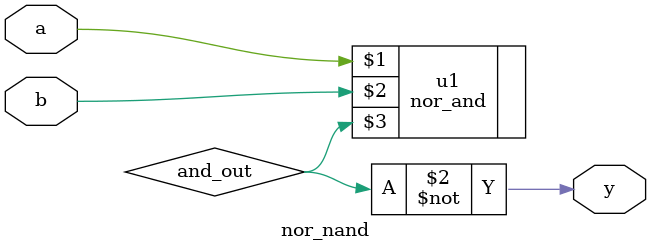
<source format=v>
module nor_nand(input a, input b, output y);
    wire and_out;
    nor_and u1(a, b, and_out);
    nor (y, and_out, and_out); // invert AND
endmodule

</source>
